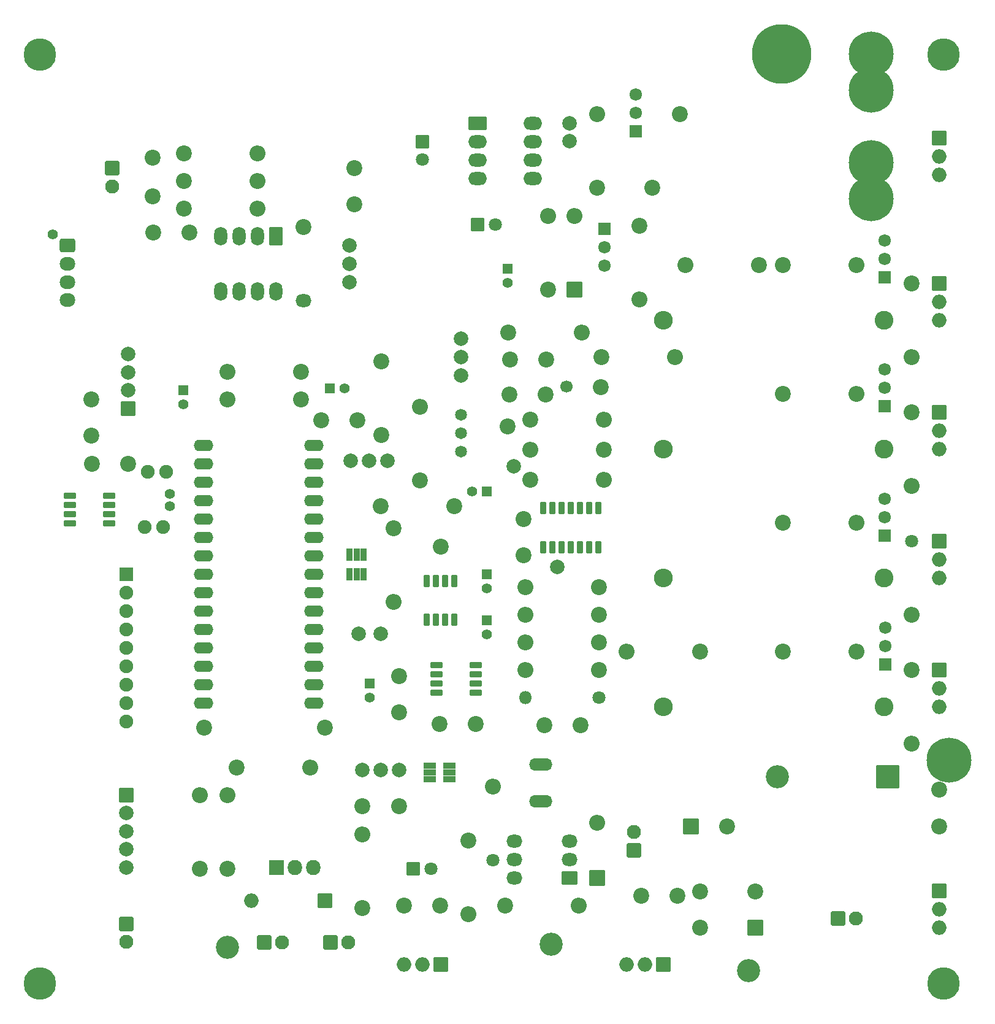
<source format=gbr>
%TF.GenerationSoftware,KiCad,Pcbnew,7.0.9-7.0.9~ubuntu23.04.1*%
%TF.CreationDate,2024-01-04T09:07:39+01:00*%
%TF.ProjectId,Electronic_DC_Load,456c6563-7472-46f6-9e69-635f44435f4c,rev?*%
%TF.SameCoordinates,Original*%
%TF.FileFunction,Soldermask,Top*%
%TF.FilePolarity,Negative*%
%FSLAX46Y46*%
G04 Gerber Fmt 4.6, Leading zero omitted, Abs format (unit mm)*
G04 Created by KiCad (PCBNEW 7.0.9-7.0.9~ubuntu23.04.1) date 2024-01-04 09:07:39*
%MOMM*%
%LPD*%
G01*
G04 APERTURE LIST*
G04 Aperture macros list*
%AMRoundRect*
0 Rectangle with rounded corners*
0 $1 Rounding radius*
0 $2 $3 $4 $5 $6 $7 $8 $9 X,Y pos of 4 corners*
0 Add a 4 corners polygon primitive as box body*
4,1,4,$2,$3,$4,$5,$6,$7,$8,$9,$2,$3,0*
0 Add four circle primitives for the rounded corners*
1,1,$1+$1,$2,$3*
1,1,$1+$1,$4,$5*
1,1,$1+$1,$6,$7*
1,1,$1+$1,$8,$9*
0 Add four rect primitives between the rounded corners*
20,1,$1+$1,$2,$3,$4,$5,0*
20,1,$1+$1,$4,$5,$6,$7,0*
20,1,$1+$1,$6,$7,$8,$9,0*
20,1,$1+$1,$8,$9,$2,$3,0*%
G04 Aperture macros list end*
%ADD10C,4.500000*%
%ADD11C,1.400000*%
%ADD12RoundRect,0.350000X-0.725000X0.600000X-0.725000X-0.600000X0.725000X-0.600000X0.725000X0.600000X0*%
%ADD13O,2.150000X1.900000*%
%ADD14RoundRect,0.100000X1.000000X-1.000000X1.000000X1.000000X-1.000000X1.000000X-1.000000X-1.000000X0*%
%ADD15C,2.200000*%
%ADD16C,2.000000*%
%ADD17RoundRect,0.100000X-0.800000X0.800000X-0.800000X-0.800000X0.800000X-0.800000X0.800000X0.800000X0*%
%ADD18C,1.800000*%
%ADD19RoundRect,0.100000X-1.000000X-1.000000X1.000000X-1.000000X1.000000X1.000000X-1.000000X1.000000X0*%
%ADD20RoundRect,0.100000X-0.800000X-0.800000X0.800000X-0.800000X0.800000X0.800000X-0.800000X0.800000X0*%
%ADD21RoundRect,0.100000X-0.600000X-0.600000X0.600000X-0.600000X0.600000X0.600000X-0.600000X0.600000X0*%
%ADD22RoundRect,0.100000X-0.600000X0.600000X-0.600000X-0.600000X0.600000X-0.600000X0.600000X0.600000X0*%
%ADD23RoundRect,0.100000X0.600000X0.600000X-0.600000X0.600000X-0.600000X-0.600000X0.600000X-0.600000X0*%
%ADD24C,1.900000*%
%ADD25O,2.200000X2.200000*%
%ADD26RoundRect,0.100000X1.500000X1.500000X-1.500000X1.500000X-1.500000X-1.500000X1.500000X-1.500000X0*%
%ADD27O,3.200000X3.200000*%
%ADD28RoundRect,0.100000X-0.900000X0.900000X-0.900000X-0.900000X0.900000X-0.900000X0.900000X0.900000X0*%
%ADD29O,2.000000X2.000000*%
%ADD30C,6.200000*%
%ADD31O,3.210000X1.710000*%
%ADD32RoundRect,0.100000X-0.875000X-0.875000X0.875000X-0.875000X0.875000X0.875000X-0.875000X0.875000X0*%
%ADD33C,1.950000*%
%ADD34C,3.200000*%
%ADD35RoundRect,0.100000X0.875000X-0.875000X0.875000X0.875000X-0.875000X0.875000X-0.875000X-0.875000X0*%
%ADD36RoundRect,0.100000X0.900000X-0.900000X0.900000X0.900000X-0.900000X0.900000X-0.900000X-0.900000X0*%
%ADD37C,8.200000*%
%ADD38RoundRect,0.100000X-0.950000X-0.950000X0.950000X-0.950000X0.950000X0.950000X-0.950000X0.950000X0*%
%ADD39O,2.000000X2.100000*%
%ADD40O,2.200000X1.800000*%
%ADD41C,2.600000*%
%ADD42O,2.600000X2.600000*%
%ADD43RoundRect,0.100000X-0.875000X0.875000X-0.875000X-0.875000X0.875000X-0.875000X0.875000X0.875000X0*%
%ADD44RoundRect,0.100000X-0.325000X0.780000X-0.325000X-0.780000X0.325000X-0.780000X0.325000X0.780000X0*%
%ADD45RoundRect,0.100000X0.775000X0.300000X-0.775000X0.300000X-0.775000X-0.300000X0.775000X-0.300000X0*%
%ADD46RoundRect,0.100000X-0.300000X0.750000X-0.300000X-0.750000X0.300000X-0.750000X0.300000X0.750000X0*%
%ADD47RoundRect,0.100000X0.300000X-0.775000X0.300000X0.775000X-0.300000X0.775000X-0.300000X-0.775000X0*%
%ADD48RoundRect,0.100000X1.000000X0.800000X-1.000000X0.800000X-1.000000X-0.800000X1.000000X-0.800000X0*%
%ADD49RoundRect,0.100000X-0.800000X1.200000X-0.800000X-1.200000X0.800000X-1.200000X0.800000X1.200000X0*%
%ADD50O,1.800000X2.600000*%
%ADD51RoundRect,0.100000X-1.200000X-0.800000X1.200000X-0.800000X1.200000X0.800000X-1.200000X0.800000X0*%
%ADD52O,2.600000X1.800000*%
%ADD53RoundRect,0.100000X0.900000X0.900000X-0.900000X0.900000X-0.900000X-0.900000X0.900000X-0.900000X0*%
%ADD54O,2.700000X1.600000*%
%ADD55RoundRect,0.100000X-0.760000X-0.760000X0.760000X-0.760000X0.760000X0.760000X-0.760000X0.760000X0*%
%ADD56C,1.720000*%
%ADD57C,1.700000*%
%ADD58RoundRect,0.100000X0.760000X0.760000X-0.760000X0.760000X-0.760000X-0.760000X0.760000X-0.760000X0*%
%ADD59O,1.800000X1.800000*%
%ADD60C,1.640000*%
%ADD61RoundRect,0.100000X-0.780000X-0.325000X0.780000X-0.325000X0.780000X0.325000X-0.780000X0.325000X0*%
%ADD62RoundRect,0.100000X-0.850000X-0.850000X0.850000X-0.850000X0.850000X0.850000X-0.850000X0.850000X0*%
%ADD63O,1.900000X1.900000*%
G04 APERTURE END LIST*
D10*
%TO.C,H4*%
X42443400Y-36220400D03*
%TD*%
%TO.C,H3*%
X167182800Y-36220400D03*
%TD*%
%TO.C,H2*%
X42443400Y-164414200D03*
%TD*%
%TO.C,H1*%
X167182800Y-164414200D03*
%TD*%
D11*
%TO.C,J17*%
X44228000Y-61029400D03*
D12*
X46228000Y-62629400D03*
D13*
X46228000Y-65129400D03*
X46228000Y-67629400D03*
X46228000Y-70129400D03*
%TD*%
D14*
%TO.C,C1*%
X141224000Y-156718000D03*
D15*
X141224000Y-151718000D03*
%TD*%
%TO.C,C2*%
X133604000Y-156718000D03*
X133604000Y-151718000D03*
%TD*%
D16*
%TO.C,C3*%
X115570000Y-45720000D03*
X115570000Y-48220000D03*
%TD*%
D17*
%TO.C,C4*%
X95250000Y-48260000D03*
D18*
X95250000Y-50760000D03*
%TD*%
D15*
%TO.C,C5*%
X125490600Y-152349200D03*
X130490600Y-152349200D03*
%TD*%
D19*
%TO.C,C6*%
X132334000Y-142748000D03*
D15*
X137334000Y-142748000D03*
%TD*%
%TO.C,C7*%
X92710000Y-153670000D03*
X97710000Y-153670000D03*
%TD*%
D20*
%TO.C,C8*%
X93980000Y-148590000D03*
D18*
X96480000Y-148590000D03*
%TD*%
D15*
%TO.C,C9*%
X81280000Y-86741000D03*
X86280000Y-86741000D03*
%TD*%
D21*
%TO.C,C10*%
X82486500Y-82296000D03*
D11*
X84486500Y-82296000D03*
%TD*%
D15*
%TO.C,C11*%
X49530000Y-83820000D03*
X49530000Y-88820000D03*
%TD*%
%TO.C,C12*%
X92000000Y-122000000D03*
X92000000Y-127000000D03*
%TD*%
D22*
%TO.C,C13*%
X62230000Y-82550000D03*
D11*
X62230000Y-84550000D03*
%TD*%
D22*
%TO.C,C14*%
X88000000Y-123000000D03*
D11*
X88000000Y-125000000D03*
%TD*%
D15*
%TO.C,C15*%
X97599500Y-128587500D03*
X102599500Y-128587500D03*
%TD*%
%TO.C,C16*%
X112395000Y-78295500D03*
X107395000Y-78295500D03*
%TD*%
%TO.C,C17*%
X117094000Y-128778000D03*
X112094000Y-128778000D03*
%TD*%
%TO.C,C18*%
X109220000Y-100330000D03*
X109220000Y-105330000D03*
%TD*%
%TO.C,C19*%
X107315000Y-83185000D03*
X112315000Y-83185000D03*
%TD*%
D23*
%TO.C,C20*%
X104140000Y-96520000D03*
D11*
X102140000Y-96520000D03*
%TD*%
D15*
%TO.C,C21*%
X54610000Y-92710000D03*
X49610000Y-92710000D03*
%TD*%
D24*
%TO.C,C22*%
X59436000Y-101473000D03*
X56936000Y-101473000D03*
%TD*%
%TO.C,C23*%
X59847800Y-93827600D03*
X57347800Y-93827600D03*
%TD*%
D22*
%TO.C,C24*%
X104140000Y-114300000D03*
D11*
X104140000Y-116300000D03*
%TD*%
D22*
%TO.C,C25*%
X104140000Y-107950000D03*
D11*
X104140000Y-109950000D03*
%TD*%
D20*
%TO.C,C26*%
X102870000Y-59690000D03*
D18*
X105370000Y-59690000D03*
%TD*%
D15*
%TO.C,C27*%
X63053600Y-60833000D03*
X58053600Y-60833000D03*
%TD*%
%TO.C,C28*%
X92000000Y-140000000D03*
X87000000Y-140000000D03*
%TD*%
%TO.C,C29*%
X85852000Y-56896000D03*
X85852000Y-51896000D03*
%TD*%
D14*
%TO.C,D1*%
X116268500Y-68707000D03*
D25*
X116268500Y-58547000D03*
%TD*%
D26*
%TO.C,D3*%
X159512000Y-135890000D03*
D27*
X144272000Y-135890000D03*
%TD*%
D14*
%TO.C,D4*%
X119380000Y-149860000D03*
D25*
X119380000Y-142240000D03*
%TD*%
D28*
%TO.C,D5*%
X166624000Y-47752000D03*
D29*
X166624000Y-50292000D03*
X166624000Y-52832000D03*
%TD*%
D30*
%TO.C,F1*%
X157200000Y-36170000D03*
X157200000Y-41170000D03*
X157200000Y-51170000D03*
X157200000Y-56170000D03*
%TD*%
D31*
%TO.C,J1*%
X111633000Y-139319000D03*
X111633000Y-134239000D03*
%TD*%
D32*
%TO.C,J2*%
X152654000Y-155448000D03*
D33*
X155154000Y-155448000D03*
%TD*%
D34*
%TO.C,J3*%
X68340000Y-159480000D03*
%TD*%
%TO.C,J4*%
X140320000Y-162690000D03*
%TD*%
%TO.C,J5*%
X113000000Y-159000000D03*
%TD*%
D32*
%TO.C,J6*%
X82550000Y-158750000D03*
D33*
X85050000Y-158750000D03*
%TD*%
D15*
%TO.C,J7*%
X97790000Y-104140000D03*
%TD*%
D35*
%TO.C,J8*%
X124460000Y-146050000D03*
D33*
X124460000Y-143550000D03*
%TD*%
D15*
%TO.C,J9*%
X119888000Y-82169000D03*
%TD*%
%TO.C,J10*%
X106997500Y-87566500D03*
%TD*%
%TO.C,J11*%
X127000000Y-54610000D03*
%TD*%
%TO.C,J12*%
X130810000Y-44450000D03*
%TD*%
D32*
%TO.C,J13*%
X73406000Y-158750000D03*
D33*
X75906000Y-158750000D03*
%TD*%
D36*
%TO.C,LCD1*%
X54610000Y-85090000D03*
D16*
X54610000Y-82590000D03*
X54610000Y-80090000D03*
X54610000Y-77590000D03*
%TD*%
D37*
%TO.C,P5*%
X144880000Y-36170000D03*
%TD*%
D30*
%TO.C,P6*%
X167957500Y-133604000D03*
%TD*%
D15*
%TO.C,P7*%
X58039000Y-55816500D03*
%TD*%
%TO.C,P8*%
X57975500Y-50482500D03*
%TD*%
D38*
%TO.C,Q1*%
X75120500Y-148463000D03*
D39*
X77660500Y-148463000D03*
X80200500Y-148463000D03*
%TD*%
D28*
%TO.C,Q2*%
X166624000Y-67818000D03*
D29*
X166624000Y-70358000D03*
X166624000Y-72898000D03*
%TD*%
D28*
%TO.C,Q3*%
X166624000Y-85598000D03*
D29*
X166624000Y-88138000D03*
X166624000Y-90678000D03*
%TD*%
D28*
%TO.C,Q4*%
X166624000Y-103378000D03*
D29*
X166624000Y-105918000D03*
X166624000Y-108458000D03*
%TD*%
D28*
%TO.C,Q5*%
X166624000Y-121158000D03*
D29*
X166624000Y-123698000D03*
X166624000Y-126238000D03*
%TD*%
D15*
%TO.C,R1*%
X64516000Y-148590000D03*
D25*
X64516000Y-138430000D03*
%TD*%
D15*
%TO.C,R2*%
X68326000Y-148590000D03*
D25*
X68326000Y-138430000D03*
%TD*%
D15*
%TO.C,R3*%
X69596000Y-134620000D03*
D25*
X79756000Y-134620000D03*
%TD*%
D15*
%TO.C,R4*%
X94932500Y-94996000D03*
D25*
X94932500Y-84836000D03*
%TD*%
D15*
%TO.C,R5*%
X119634000Y-117348000D03*
D25*
X109474000Y-117348000D03*
%TD*%
D15*
%TO.C,R6*%
X110172500Y-94932500D03*
D25*
X120332500Y-94932500D03*
%TD*%
D15*
%TO.C,R7*%
X120000000Y-78000000D03*
D25*
X130160000Y-78000000D03*
%TD*%
D15*
%TO.C,R8*%
X110172500Y-86614000D03*
D25*
X120332500Y-86614000D03*
%TD*%
D15*
%TO.C,R9*%
X119634000Y-113538000D03*
D25*
X109474000Y-113538000D03*
%TD*%
D15*
%TO.C,R10*%
X162814000Y-67818000D03*
D25*
X162814000Y-77978000D03*
%TD*%
D15*
%TO.C,R11*%
X119634000Y-121158000D03*
D25*
X109474000Y-121158000D03*
%TD*%
D15*
%TO.C,R12*%
X162814000Y-85598000D03*
D25*
X162814000Y-95758000D03*
%TD*%
D15*
%TO.C,R13*%
X78867000Y-60071000D03*
D40*
X78867000Y-70231000D03*
%TD*%
D15*
%TO.C,R14*%
X120332500Y-90805000D03*
D25*
X110172500Y-90805000D03*
%TD*%
D15*
%TO.C,R15*%
X141757400Y-65278000D03*
D25*
X131597400Y-65278000D03*
%TD*%
D15*
%TO.C,R16*%
X119634000Y-109728000D03*
D25*
X109474000Y-109728000D03*
%TD*%
D15*
%TO.C,R17*%
X166624000Y-142748000D03*
X166624000Y-137668000D03*
%TD*%
%TO.C,R18*%
X91249500Y-101600000D03*
D25*
X91249500Y-111760000D03*
%TD*%
D15*
%TO.C,R19*%
X78486000Y-83820000D03*
D25*
X68326000Y-83820000D03*
%TD*%
D15*
%TO.C,R20*%
X78486000Y-80010000D03*
D25*
X68326000Y-80010000D03*
%TD*%
D15*
%TO.C,R21*%
X106680000Y-153670000D03*
D25*
X116840000Y-153670000D03*
%TD*%
D41*
%TO.C,R22*%
X159004000Y-72898000D03*
D42*
X128524000Y-72898000D03*
%TD*%
D41*
%TO.C,R23*%
X159004000Y-90678000D03*
D42*
X128524000Y-90678000D03*
%TD*%
D41*
%TO.C,R24*%
X159004000Y-108458000D03*
D42*
X128524000Y-108458000D03*
%TD*%
D41*
%TO.C,R25*%
X159004000Y-126238000D03*
D42*
X128524000Y-126238000D03*
%TD*%
D18*
%TO.C,R26*%
X162814000Y-103378000D03*
D25*
X162814000Y-113538000D03*
%TD*%
D15*
%TO.C,R27*%
X101570000Y-144740000D03*
D25*
X101570000Y-154900000D03*
%TD*%
D15*
%TO.C,R28*%
X87000000Y-154000000D03*
D25*
X87000000Y-143840000D03*
%TD*%
D18*
%TO.C,R29*%
X105029000Y-147383500D03*
D25*
X105029000Y-137223500D03*
%TD*%
D15*
%TO.C,R30*%
X119380000Y-54610000D03*
D25*
X119380000Y-44450000D03*
%TD*%
D15*
%TO.C,R31*%
X62357000Y-53721000D03*
D25*
X72517000Y-53721000D03*
%TD*%
D15*
%TO.C,R32*%
X162814000Y-121158000D03*
D25*
X162814000Y-131318000D03*
%TD*%
D15*
%TO.C,R33*%
X62357000Y-57531000D03*
D25*
X72517000Y-57531000D03*
%TD*%
D15*
%TO.C,R34*%
X62357000Y-49911000D03*
D25*
X72517000Y-49911000D03*
%TD*%
D15*
%TO.C,R35*%
X145034000Y-65278000D03*
D25*
X155194000Y-65278000D03*
%TD*%
D15*
%TO.C,R36*%
X145034000Y-83058000D03*
D25*
X155194000Y-83058000D03*
%TD*%
D15*
%TO.C,R37*%
X145034000Y-100838000D03*
D25*
X155194000Y-100838000D03*
%TD*%
D15*
%TO.C,R38*%
X145034000Y-118618000D03*
D25*
X155194000Y-118618000D03*
%TD*%
D15*
%TO.C,R39*%
X133604000Y-118618000D03*
D25*
X123444000Y-118618000D03*
%TD*%
D15*
%TO.C,R40*%
X107124500Y-74612500D03*
D25*
X117284500Y-74612500D03*
%TD*%
D15*
%TO.C,R41*%
X112649000Y-68707000D03*
D25*
X112649000Y-58547000D03*
%TD*%
D15*
%TO.C,R42*%
X125222000Y-59880500D03*
D25*
X125222000Y-70040500D03*
%TD*%
D16*
%TO.C,RV1*%
X87000000Y-135000000D03*
X89540000Y-135000000D03*
X92080000Y-135000000D03*
%TD*%
%TO.C,RV2*%
X85217000Y-67691000D03*
X85217000Y-65151000D03*
X85217000Y-62611000D03*
%TD*%
%TO.C,RV3*%
X100584000Y-75438000D03*
X100584000Y-77978000D03*
X100584000Y-80518000D03*
%TD*%
D28*
%TO.C,SW1*%
X54356000Y-138430000D03*
D16*
X54356000Y-140930000D03*
X54356000Y-143430000D03*
X54356000Y-145930000D03*
X54356000Y-148430000D03*
%TD*%
D43*
%TO.C,SW2*%
X54356000Y-156210000D03*
D33*
X54356000Y-158710000D03*
%TD*%
D28*
%TO.C,U4*%
X166624000Y-151638000D03*
D29*
X166624000Y-154178000D03*
X166624000Y-156718000D03*
%TD*%
D44*
%TO.C,U5*%
X87119500Y-105266500D03*
X86169500Y-105266500D03*
X85219500Y-105266500D03*
X85219500Y-107966500D03*
X86169500Y-107966500D03*
X87119500Y-107966500D03*
%TD*%
D45*
%TO.C,U6*%
X102585500Y-124333000D03*
X102585500Y-123063000D03*
X102585500Y-121793000D03*
X102585500Y-120523000D03*
X97185500Y-120523000D03*
X97185500Y-121793000D03*
X97185500Y-123063000D03*
X97185500Y-124333000D03*
%TD*%
D46*
%TO.C,U7*%
X119570500Y-98836500D03*
X118300500Y-98836500D03*
X117030500Y-98836500D03*
X115760500Y-98836500D03*
X114490500Y-98836500D03*
X113220500Y-98836500D03*
X111950500Y-98836500D03*
X111950500Y-104236500D03*
X113220500Y-104236500D03*
X114490500Y-104236500D03*
X115760500Y-104236500D03*
X117030500Y-104236500D03*
X118300500Y-104236500D03*
X119570500Y-104236500D03*
%TD*%
D45*
%TO.C,U8*%
X51976000Y-100965000D03*
X51976000Y-99695000D03*
X51976000Y-98425000D03*
X51976000Y-97155000D03*
X46576000Y-97155000D03*
X46576000Y-98425000D03*
X46576000Y-99695000D03*
X46576000Y-100965000D03*
%TD*%
D47*
%TO.C,U9*%
X95885000Y-114269500D03*
X97155000Y-114269500D03*
X98425000Y-114269500D03*
X99695000Y-114269500D03*
X99695000Y-108869500D03*
X98425000Y-108869500D03*
X97155000Y-108869500D03*
X95885000Y-108869500D03*
%TD*%
D48*
%TO.C,U10*%
X115570000Y-149860000D03*
D40*
X115570000Y-147320000D03*
X115570000Y-144780000D03*
X107950000Y-144780000D03*
X107950000Y-147320000D03*
X107950000Y-149860000D03*
%TD*%
D49*
%TO.C,U13*%
X75057000Y-61341000D03*
D50*
X72517000Y-61341000D03*
X69977000Y-61341000D03*
X67437000Y-61341000D03*
X67437000Y-68961000D03*
X69977000Y-68961000D03*
X72517000Y-68961000D03*
X75057000Y-68961000D03*
%TD*%
D11*
%TO.C,Y1*%
X60388500Y-96837500D03*
X60388500Y-98537500D03*
%TD*%
D51*
%TO.C,U12*%
X102870000Y-45720000D03*
D52*
X102870000Y-48260000D03*
X102870000Y-50800000D03*
X102870000Y-53340000D03*
X110490000Y-53340000D03*
X110490000Y-50800000D03*
X110490000Y-48260000D03*
X110490000Y-45720000D03*
%TD*%
D53*
%TO.C,U1*%
X128524000Y-161798000D03*
D29*
X125984000Y-161798000D03*
X123444000Y-161798000D03*
%TD*%
D53*
%TO.C,U2*%
X97790000Y-161800000D03*
D29*
X95250000Y-161800000D03*
X92710000Y-161800000D03*
%TD*%
D54*
%TO.C,U3*%
X65024000Y-90170000D03*
X65024000Y-92710000D03*
X65024000Y-95250000D03*
X65024000Y-97790000D03*
X65024000Y-100330000D03*
X65024000Y-102870000D03*
X65024000Y-105410000D03*
X65024000Y-107950000D03*
X65024000Y-110490000D03*
X65024000Y-113030000D03*
X65024000Y-115570000D03*
X65024000Y-118110000D03*
X65024000Y-120650000D03*
X65024000Y-123190000D03*
X65024000Y-125730000D03*
X80264000Y-125730000D03*
X80264000Y-123190000D03*
X80264000Y-120650000D03*
X80264000Y-118110000D03*
X80264000Y-115570000D03*
X80264000Y-113030000D03*
X80264000Y-110490000D03*
X80264000Y-107950000D03*
X80264000Y-105410000D03*
X80264000Y-102870000D03*
X80264000Y-100330000D03*
X80264000Y-97790000D03*
X80264000Y-95250000D03*
X80264000Y-92710000D03*
X80264000Y-90170000D03*
%TD*%
D15*
%TO.C,J14*%
X81788000Y-129159000D03*
%TD*%
D55*
%TO.C,Q10*%
X120396000Y-60261500D03*
D56*
X120396000Y-62801500D03*
X120396000Y-65341500D03*
%TD*%
D53*
%TO.C,D2*%
X81788000Y-153035000D03*
D29*
X71628000Y-153035000D03*
%TD*%
D16*
%TO.C,TP1*%
X89535000Y-116205000D03*
%TD*%
%TO.C,TP2*%
X86487000Y-116205000D03*
%TD*%
D57*
%TO.C,TP3*%
X115125500Y-82042000D03*
%TD*%
D16*
%TO.C,TP4*%
X107886500Y-93027500D03*
%TD*%
%TO.C,TP5*%
X113919000Y-106934000D03*
%TD*%
D58*
%TO.C,Q6*%
X159131000Y-66992500D03*
D56*
X159131000Y-64452500D03*
X159131000Y-61912500D03*
%TD*%
D58*
%TO.C,Q7*%
X159131000Y-84772500D03*
D56*
X159131000Y-82232500D03*
X159131000Y-79692500D03*
%TD*%
D58*
%TO.C,Q8*%
X159131000Y-102616000D03*
D56*
X159131000Y-100076000D03*
X159131000Y-97536000D03*
%TD*%
D58*
%TO.C,Q9*%
X159194500Y-120396000D03*
D56*
X159194500Y-117856000D03*
X159194500Y-115316000D03*
%TD*%
D58*
%TO.C,U14*%
X124714000Y-46863000D03*
D56*
X124714000Y-44323000D03*
X124714000Y-41783000D03*
%TD*%
D18*
%TO.C,R43*%
X119634000Y-124968000D03*
D59*
X109474000Y-124968000D03*
%TD*%
D43*
%TO.C,J15*%
X52387500Y-51943000D03*
D33*
X52387500Y-54443000D03*
%TD*%
D60*
%TO.C,RV4*%
X100584000Y-85979000D03*
X100584000Y-88519000D03*
X100584000Y-91059000D03*
%TD*%
D61*
%TO.C,U11*%
X96313000Y-134368500D03*
X96313000Y-135318500D03*
X96313000Y-136268500D03*
X99013000Y-136268500D03*
X99013000Y-135318500D03*
X99013000Y-134368500D03*
%TD*%
D22*
%TO.C,C30*%
X107061000Y-65786000D03*
D11*
X107061000Y-67786000D03*
%TD*%
D15*
%TO.C,R44*%
X89471500Y-98552000D03*
X99631500Y-98552000D03*
%TD*%
%TO.C,R45*%
X89598500Y-88709500D03*
X89598500Y-78549500D03*
%TD*%
D16*
%TO.C,RV5*%
X90424000Y-92329000D03*
X87884000Y-92329000D03*
X85344000Y-92329000D03*
%TD*%
D15*
%TO.C,J16*%
X65087500Y-129095500D03*
%TD*%
D62*
%TO.C,KP1*%
X54356000Y-107950000D03*
D63*
X54356000Y-110490000D03*
X54356000Y-113030000D03*
X54356000Y-115570000D03*
X54356000Y-118110000D03*
X54356000Y-120650000D03*
X54356000Y-123190000D03*
X54356000Y-125730000D03*
X54356000Y-128270000D03*
%TD*%
M02*

</source>
